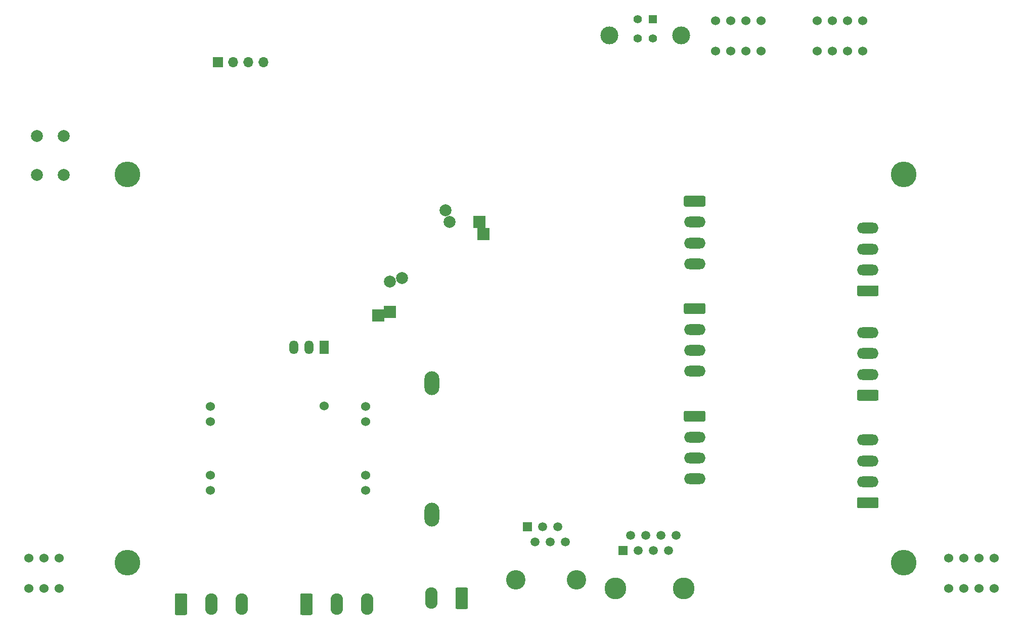
<source format=gbs>
G04 #@! TF.GenerationSoftware,KiCad,Pcbnew,(5.1.9)-1*
G04 #@! TF.CreationDate,2021-04-25T02:40:10+02:00*
G04 #@! TF.ProjectId,water-pump-control,77617465-722d-4707-956d-702d636f6e74,rev?*
G04 #@! TF.SameCoordinates,Original*
G04 #@! TF.FileFunction,Soldermask,Bot*
G04 #@! TF.FilePolarity,Negative*
%FSLAX46Y46*%
G04 Gerber Fmt 4.6, Leading zero omitted, Abs format (unit mm)*
G04 Created by KiCad (PCBNEW (5.1.9)-1) date 2021-04-25 02:40:10*
%MOMM*%
%LPD*%
G01*
G04 APERTURE LIST*
%ADD10C,2.000000*%
%ADD11O,1.700000X1.700000*%
%ADD12R,1.700000X1.700000*%
%ADD13O,3.600000X1.800000*%
%ADD14C,1.400000*%
%ADD15C,3.000000*%
%ADD16R,1.400000X1.400000*%
%ADD17C,4.300000*%
%ADD18C,1.524000*%
%ADD19O,1.500000X2.300000*%
%ADD20R,1.500000X2.300000*%
%ADD21O,2.080000X3.600000*%
%ADD22C,3.650000*%
%ADD23R,1.500000X1.500000*%
%ADD24C,1.500000*%
%ADD25R,1.520000X1.520000*%
%ADD26C,3.250000*%
%ADD27C,1.520000*%
%ADD28O,2.500000X4.000000*%
%ADD29R,2.000000X2.000000*%
G04 APERTURE END LIST*
D10*
X59400000Y-72100000D03*
X54900000Y-72100000D03*
X59400000Y-65600000D03*
X54900000Y-65600000D03*
D11*
X92820000Y-53200000D03*
X90280000Y-53200000D03*
X87740000Y-53200000D03*
D12*
X85200000Y-53200000D03*
D13*
X194000000Y-81000000D03*
X194000000Y-84500000D03*
X194000000Y-88000000D03*
G36*
G01*
X195550000Y-92400000D02*
X192450000Y-92400000D01*
G75*
G02*
X192200000Y-92150000I0J250000D01*
G01*
X192200000Y-90850000D01*
G75*
G02*
X192450000Y-90600000I250000J0D01*
G01*
X195550000Y-90600000D01*
G75*
G02*
X195800000Y-90850000I0J-250000D01*
G01*
X195800000Y-92150000D01*
G75*
G02*
X195550000Y-92400000I-250000J0D01*
G01*
G37*
X194000000Y-116500000D03*
X194000000Y-120000000D03*
X194000000Y-123500000D03*
G36*
G01*
X195550000Y-127900000D02*
X192450000Y-127900000D01*
G75*
G02*
X192200000Y-127650000I0J250000D01*
G01*
X192200000Y-126350000D01*
G75*
G02*
X192450000Y-126100000I250000J0D01*
G01*
X195550000Y-126100000D01*
G75*
G02*
X195800000Y-126350000I0J-250000D01*
G01*
X195800000Y-127650000D01*
G75*
G02*
X195550000Y-127900000I-250000J0D01*
G01*
G37*
X194000000Y-98500000D03*
X194000000Y-102000000D03*
X194000000Y-105500000D03*
G36*
G01*
X195550000Y-109900000D02*
X192450000Y-109900000D01*
G75*
G02*
X192200000Y-109650000I0J250000D01*
G01*
X192200000Y-108350000D01*
G75*
G02*
X192450000Y-108100000I250000J0D01*
G01*
X195550000Y-108100000D01*
G75*
G02*
X195800000Y-108350000I0J-250000D01*
G01*
X195800000Y-109650000D01*
G75*
G02*
X195550000Y-109900000I-250000J0D01*
G01*
G37*
X165000000Y-104980000D03*
X165000000Y-101480000D03*
X165000000Y-97980000D03*
G36*
G01*
X163450000Y-93580000D02*
X166550000Y-93580000D01*
G75*
G02*
X166800000Y-93830000I0J-250000D01*
G01*
X166800000Y-95130000D01*
G75*
G02*
X166550000Y-95380000I-250000J0D01*
G01*
X163450000Y-95380000D01*
G75*
G02*
X163200000Y-95130000I0J250000D01*
G01*
X163200000Y-93830000D01*
G75*
G02*
X163450000Y-93580000I250000J0D01*
G01*
G37*
X165000000Y-123000000D03*
X165000000Y-119500000D03*
X165000000Y-116000000D03*
G36*
G01*
X163450000Y-111600000D02*
X166550000Y-111600000D01*
G75*
G02*
X166800000Y-111850000I0J-250000D01*
G01*
X166800000Y-113150000D01*
G75*
G02*
X166550000Y-113400000I-250000J0D01*
G01*
X163450000Y-113400000D01*
G75*
G02*
X163200000Y-113150000I0J250000D01*
G01*
X163200000Y-111850000D01*
G75*
G02*
X163450000Y-111600000I250000J0D01*
G01*
G37*
X165000000Y-87000000D03*
X165000000Y-83500000D03*
X165000000Y-80000000D03*
G36*
G01*
X163450000Y-75600000D02*
X166550000Y-75600000D01*
G75*
G02*
X166800000Y-75850000I0J-250000D01*
G01*
X166800000Y-77150000D01*
G75*
G02*
X166550000Y-77400000I-250000J0D01*
G01*
X163450000Y-77400000D01*
G75*
G02*
X163200000Y-77150000I0J250000D01*
G01*
X163200000Y-75850000D01*
G75*
G02*
X163450000Y-75600000I250000J0D01*
G01*
G37*
D14*
X155500000Y-46000000D03*
D15*
X150730000Y-48710000D03*
D16*
X158000000Y-46000000D03*
D14*
X155500000Y-49200000D03*
X158000000Y-49200000D03*
D15*
X162770000Y-48710000D03*
D17*
X200000000Y-72000000D03*
X70000000Y-137000000D03*
X200000000Y-137000000D03*
X70000000Y-72000000D03*
D18*
X103000000Y-110800000D03*
X83900000Y-124900000D03*
X83900000Y-122360000D03*
X83900000Y-113440000D03*
X83900000Y-110900000D03*
X109900000Y-124900000D03*
X109900000Y-122360000D03*
X109900000Y-113440000D03*
X109900000Y-110900000D03*
D19*
X97920000Y-101000000D03*
X100460000Y-101000000D03*
D20*
X103000000Y-101000000D03*
D21*
X120920000Y-143000000D03*
G36*
G01*
X127040000Y-141449999D02*
X127040000Y-144550001D01*
G75*
G02*
X126790001Y-144800000I-249999J0D01*
G01*
X125209999Y-144800000D01*
G75*
G02*
X124960000Y-144550001I0J249999D01*
G01*
X124960000Y-141449999D01*
G75*
G02*
X125209999Y-141200000I249999J0D01*
G01*
X126790001Y-141200000D01*
G75*
G02*
X127040000Y-141449999I0J-249999D01*
G01*
G37*
X110160000Y-144000000D03*
X105080000Y-144000000D03*
G36*
G01*
X98960000Y-145550001D02*
X98960000Y-142449999D01*
G75*
G02*
X99209999Y-142200000I249999J0D01*
G01*
X100790001Y-142200000D01*
G75*
G02*
X101040000Y-142449999I0J-249999D01*
G01*
X101040000Y-145550001D01*
G75*
G02*
X100790001Y-145800000I-249999J0D01*
G01*
X99209999Y-145800000D01*
G75*
G02*
X98960000Y-145550001I0J249999D01*
G01*
G37*
X89160000Y-144000000D03*
X84080000Y-144000000D03*
G36*
G01*
X77960000Y-145550001D02*
X77960000Y-142449999D01*
G75*
G02*
X78209999Y-142200000I249999J0D01*
G01*
X79790001Y-142200000D01*
G75*
G02*
X80040000Y-142449999I0J-249999D01*
G01*
X80040000Y-145550001D01*
G75*
G02*
X79790001Y-145800000I-249999J0D01*
G01*
X78209999Y-145800000D01*
G75*
G02*
X77960000Y-145550001I0J249999D01*
G01*
G37*
D22*
X163160000Y-141350000D03*
X151730000Y-141350000D03*
D23*
X153000000Y-135000000D03*
D24*
X154270000Y-132460000D03*
X155540000Y-135000000D03*
X156810000Y-132460000D03*
X158080000Y-135000000D03*
X159350000Y-132460000D03*
X160620000Y-135000000D03*
X161890000Y-132460000D03*
D25*
X137000000Y-131000000D03*
D26*
X135090000Y-139890000D03*
D27*
X138270000Y-133540000D03*
X139540000Y-131000000D03*
X140810000Y-133540000D03*
X142080000Y-131000000D03*
X143350000Y-133540000D03*
D26*
X145250000Y-139890000D03*
D18*
X215160000Y-141380000D03*
X215160000Y-136300000D03*
X212620000Y-136300000D03*
X212620000Y-141380000D03*
X210080000Y-136300000D03*
X210080000Y-141380000D03*
X207540000Y-136300000D03*
X207540000Y-141380000D03*
X58620000Y-136300000D03*
X58620000Y-141380000D03*
X56080000Y-136300000D03*
X56080000Y-141380000D03*
X53540000Y-136300000D03*
X53540000Y-141380000D03*
X193160000Y-51380000D03*
X193160000Y-46300000D03*
X190620000Y-46300000D03*
X190620000Y-51380000D03*
X188080000Y-46300000D03*
X188080000Y-51380000D03*
X185540000Y-46300000D03*
X185540000Y-51380000D03*
X176160000Y-51380000D03*
X176160000Y-46300000D03*
X173620000Y-46300000D03*
X173620000Y-51380000D03*
X171080000Y-46300000D03*
X171080000Y-51380000D03*
X168540000Y-46300000D03*
X168540000Y-51380000D03*
D28*
X121000000Y-107000000D03*
X121000000Y-129000000D03*
D29*
X129000000Y-80000000D03*
D10*
X124000000Y-80000000D03*
D29*
X129672144Y-82000000D03*
D10*
X123327856Y-78000000D03*
D29*
X114000000Y-95000000D03*
D10*
X114000000Y-90000000D03*
D29*
X112000000Y-95672144D03*
D10*
X116000000Y-89327856D03*
M02*

</source>
